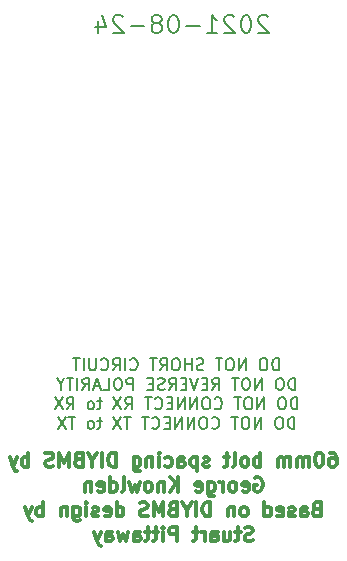
<source format=gbr>
G04 #@! TF.GenerationSoftware,KiCad,Pcbnew,5.1.10-88a1d61d58~88~ubuntu18.04.1*
G04 #@! TF.CreationDate,2021-11-17T21:44:28+08:00*
G04 #@! TF.ProjectId,ModuleV440,4d6f6475-6c65-4563-9434-302e6b696361,rev?*
G04 #@! TF.SameCoordinates,Original*
G04 #@! TF.FileFunction,Legend,Bot*
G04 #@! TF.FilePolarity,Positive*
%FSLAX46Y46*%
G04 Gerber Fmt 4.6, Leading zero omitted, Abs format (unit mm)*
G04 Created by KiCad (PCBNEW 5.1.10-88a1d61d58~88~ubuntu18.04.1) date 2021-11-17 21:44:28*
%MOMM*%
%LPD*%
G01*
G04 APERTURE LIST*
%ADD10C,0.300000*%
%ADD11C,0.150000*%
%ADD12C,0.200000*%
G04 APERTURE END LIST*
D10*
X130146171Y-89280457D02*
X130374742Y-89280457D01*
X130489028Y-89337600D01*
X130546171Y-89394742D01*
X130660457Y-89566171D01*
X130717600Y-89794742D01*
X130717600Y-90251885D01*
X130660457Y-90366171D01*
X130603314Y-90423314D01*
X130489028Y-90480457D01*
X130260457Y-90480457D01*
X130146171Y-90423314D01*
X130089028Y-90366171D01*
X130031885Y-90251885D01*
X130031885Y-89966171D01*
X130089028Y-89851885D01*
X130146171Y-89794742D01*
X130260457Y-89737600D01*
X130489028Y-89737600D01*
X130603314Y-89794742D01*
X130660457Y-89851885D01*
X130717600Y-89966171D01*
X129289028Y-89280457D02*
X129174742Y-89280457D01*
X129060457Y-89337600D01*
X129003314Y-89394742D01*
X128946171Y-89509028D01*
X128889028Y-89737600D01*
X128889028Y-90023314D01*
X128946171Y-90251885D01*
X129003314Y-90366171D01*
X129060457Y-90423314D01*
X129174742Y-90480457D01*
X129289028Y-90480457D01*
X129403314Y-90423314D01*
X129460457Y-90366171D01*
X129517600Y-90251885D01*
X129574742Y-90023314D01*
X129574742Y-89737600D01*
X129517600Y-89509028D01*
X129460457Y-89394742D01*
X129403314Y-89337600D01*
X129289028Y-89280457D01*
X128374742Y-90480457D02*
X128374742Y-89680457D01*
X128374742Y-89794742D02*
X128317600Y-89737600D01*
X128203314Y-89680457D01*
X128031885Y-89680457D01*
X127917600Y-89737600D01*
X127860457Y-89851885D01*
X127860457Y-90480457D01*
X127860457Y-89851885D02*
X127803314Y-89737600D01*
X127689028Y-89680457D01*
X127517600Y-89680457D01*
X127403314Y-89737600D01*
X127346171Y-89851885D01*
X127346171Y-90480457D01*
X126774742Y-90480457D02*
X126774742Y-89680457D01*
X126774742Y-89794742D02*
X126717600Y-89737600D01*
X126603314Y-89680457D01*
X126431885Y-89680457D01*
X126317600Y-89737600D01*
X126260457Y-89851885D01*
X126260457Y-90480457D01*
X126260457Y-89851885D02*
X126203314Y-89737600D01*
X126089028Y-89680457D01*
X125917600Y-89680457D01*
X125803314Y-89737600D01*
X125746171Y-89851885D01*
X125746171Y-90480457D01*
X124260457Y-90480457D02*
X124260457Y-89280457D01*
X124260457Y-89737600D02*
X124146171Y-89680457D01*
X123917600Y-89680457D01*
X123803314Y-89737600D01*
X123746171Y-89794742D01*
X123689028Y-89909028D01*
X123689028Y-90251885D01*
X123746171Y-90366171D01*
X123803314Y-90423314D01*
X123917600Y-90480457D01*
X124146171Y-90480457D01*
X124260457Y-90423314D01*
X123003314Y-90480457D02*
X123117600Y-90423314D01*
X123174742Y-90366171D01*
X123231885Y-90251885D01*
X123231885Y-89909028D01*
X123174742Y-89794742D01*
X123117600Y-89737600D01*
X123003314Y-89680457D01*
X122831885Y-89680457D01*
X122717600Y-89737600D01*
X122660457Y-89794742D01*
X122603314Y-89909028D01*
X122603314Y-90251885D01*
X122660457Y-90366171D01*
X122717600Y-90423314D01*
X122831885Y-90480457D01*
X123003314Y-90480457D01*
X121917600Y-90480457D02*
X122031885Y-90423314D01*
X122089028Y-90309028D01*
X122089028Y-89280457D01*
X121631885Y-89680457D02*
X121174742Y-89680457D01*
X121460457Y-89280457D02*
X121460457Y-90309028D01*
X121403314Y-90423314D01*
X121289028Y-90480457D01*
X121174742Y-90480457D01*
X119917600Y-90423314D02*
X119803314Y-90480457D01*
X119574742Y-90480457D01*
X119460457Y-90423314D01*
X119403314Y-90309028D01*
X119403314Y-90251885D01*
X119460457Y-90137600D01*
X119574742Y-90080457D01*
X119746171Y-90080457D01*
X119860457Y-90023314D01*
X119917600Y-89909028D01*
X119917600Y-89851885D01*
X119860457Y-89737600D01*
X119746171Y-89680457D01*
X119574742Y-89680457D01*
X119460457Y-89737600D01*
X118889028Y-89680457D02*
X118889028Y-90880457D01*
X118889028Y-89737600D02*
X118774742Y-89680457D01*
X118546171Y-89680457D01*
X118431885Y-89737600D01*
X118374742Y-89794742D01*
X118317600Y-89909028D01*
X118317600Y-90251885D01*
X118374742Y-90366171D01*
X118431885Y-90423314D01*
X118546171Y-90480457D01*
X118774742Y-90480457D01*
X118889028Y-90423314D01*
X117289028Y-90480457D02*
X117289028Y-89851885D01*
X117346171Y-89737600D01*
X117460457Y-89680457D01*
X117689028Y-89680457D01*
X117803314Y-89737600D01*
X117289028Y-90423314D02*
X117403314Y-90480457D01*
X117689028Y-90480457D01*
X117803314Y-90423314D01*
X117860457Y-90309028D01*
X117860457Y-90194742D01*
X117803314Y-90080457D01*
X117689028Y-90023314D01*
X117403314Y-90023314D01*
X117289028Y-89966171D01*
X116203314Y-90423314D02*
X116317600Y-90480457D01*
X116546171Y-90480457D01*
X116660457Y-90423314D01*
X116717600Y-90366171D01*
X116774742Y-90251885D01*
X116774742Y-89909028D01*
X116717600Y-89794742D01*
X116660457Y-89737600D01*
X116546171Y-89680457D01*
X116317600Y-89680457D01*
X116203314Y-89737600D01*
X115689028Y-90480457D02*
X115689028Y-89680457D01*
X115689028Y-89280457D02*
X115746171Y-89337600D01*
X115689028Y-89394742D01*
X115631885Y-89337600D01*
X115689028Y-89280457D01*
X115689028Y-89394742D01*
X115117600Y-89680457D02*
X115117600Y-90480457D01*
X115117600Y-89794742D02*
X115060457Y-89737600D01*
X114946171Y-89680457D01*
X114774742Y-89680457D01*
X114660457Y-89737600D01*
X114603314Y-89851885D01*
X114603314Y-90480457D01*
X113517600Y-89680457D02*
X113517600Y-90651885D01*
X113574742Y-90766171D01*
X113631885Y-90823314D01*
X113746171Y-90880457D01*
X113917600Y-90880457D01*
X114031885Y-90823314D01*
X113517600Y-90423314D02*
X113631885Y-90480457D01*
X113860457Y-90480457D01*
X113974742Y-90423314D01*
X114031885Y-90366171D01*
X114089028Y-90251885D01*
X114089028Y-89909028D01*
X114031885Y-89794742D01*
X113974742Y-89737600D01*
X113860457Y-89680457D01*
X113631885Y-89680457D01*
X113517600Y-89737600D01*
X112031885Y-90480457D02*
X112031885Y-89280457D01*
X111746171Y-89280457D01*
X111574742Y-89337600D01*
X111460457Y-89451885D01*
X111403314Y-89566171D01*
X111346171Y-89794742D01*
X111346171Y-89966171D01*
X111403314Y-90194742D01*
X111460457Y-90309028D01*
X111574742Y-90423314D01*
X111746171Y-90480457D01*
X112031885Y-90480457D01*
X110831885Y-90480457D02*
X110831885Y-89280457D01*
X110031885Y-89909028D02*
X110031885Y-90480457D01*
X110431885Y-89280457D02*
X110031885Y-89909028D01*
X109631885Y-89280457D01*
X108831885Y-89851885D02*
X108660457Y-89909028D01*
X108603314Y-89966171D01*
X108546171Y-90080457D01*
X108546171Y-90251885D01*
X108603314Y-90366171D01*
X108660457Y-90423314D01*
X108774742Y-90480457D01*
X109231885Y-90480457D01*
X109231885Y-89280457D01*
X108831885Y-89280457D01*
X108717600Y-89337600D01*
X108660457Y-89394742D01*
X108603314Y-89509028D01*
X108603314Y-89623314D01*
X108660457Y-89737600D01*
X108717600Y-89794742D01*
X108831885Y-89851885D01*
X109231885Y-89851885D01*
X108031885Y-90480457D02*
X108031885Y-89280457D01*
X107631885Y-90137600D01*
X107231885Y-89280457D01*
X107231885Y-90480457D01*
X106717600Y-90423314D02*
X106546171Y-90480457D01*
X106260457Y-90480457D01*
X106146171Y-90423314D01*
X106089028Y-90366171D01*
X106031885Y-90251885D01*
X106031885Y-90137600D01*
X106089028Y-90023314D01*
X106146171Y-89966171D01*
X106260457Y-89909028D01*
X106489028Y-89851885D01*
X106603314Y-89794742D01*
X106660457Y-89737600D01*
X106717600Y-89623314D01*
X106717600Y-89509028D01*
X106660457Y-89394742D01*
X106603314Y-89337600D01*
X106489028Y-89280457D01*
X106203314Y-89280457D01*
X106031885Y-89337600D01*
X104603314Y-90480457D02*
X104603314Y-89280457D01*
X104603314Y-89737600D02*
X104489028Y-89680457D01*
X104260457Y-89680457D01*
X104146171Y-89737600D01*
X104089028Y-89794742D01*
X104031885Y-89909028D01*
X104031885Y-90251885D01*
X104089028Y-90366171D01*
X104146171Y-90423314D01*
X104260457Y-90480457D01*
X104489028Y-90480457D01*
X104603314Y-90423314D01*
X103631885Y-89680457D02*
X103346171Y-90480457D01*
X103060457Y-89680457D02*
X103346171Y-90480457D01*
X103460457Y-90766171D01*
X103517600Y-90823314D01*
X103631885Y-90880457D01*
X123774742Y-91437600D02*
X123889028Y-91380457D01*
X124060457Y-91380457D01*
X124231885Y-91437600D01*
X124346171Y-91551885D01*
X124403314Y-91666171D01*
X124460457Y-91894742D01*
X124460457Y-92066171D01*
X124403314Y-92294742D01*
X124346171Y-92409028D01*
X124231885Y-92523314D01*
X124060457Y-92580457D01*
X123946171Y-92580457D01*
X123774742Y-92523314D01*
X123717600Y-92466171D01*
X123717600Y-92066171D01*
X123946171Y-92066171D01*
X122746171Y-92523314D02*
X122860457Y-92580457D01*
X123089028Y-92580457D01*
X123203314Y-92523314D01*
X123260457Y-92409028D01*
X123260457Y-91951885D01*
X123203314Y-91837600D01*
X123089028Y-91780457D01*
X122860457Y-91780457D01*
X122746171Y-91837600D01*
X122689028Y-91951885D01*
X122689028Y-92066171D01*
X123260457Y-92180457D01*
X122003314Y-92580457D02*
X122117600Y-92523314D01*
X122174742Y-92466171D01*
X122231885Y-92351885D01*
X122231885Y-92009028D01*
X122174742Y-91894742D01*
X122117600Y-91837600D01*
X122003314Y-91780457D01*
X121831885Y-91780457D01*
X121717600Y-91837600D01*
X121660457Y-91894742D01*
X121603314Y-92009028D01*
X121603314Y-92351885D01*
X121660457Y-92466171D01*
X121717600Y-92523314D01*
X121831885Y-92580457D01*
X122003314Y-92580457D01*
X121089028Y-92580457D02*
X121089028Y-91780457D01*
X121089028Y-92009028D02*
X121031885Y-91894742D01*
X120974742Y-91837600D01*
X120860457Y-91780457D01*
X120746171Y-91780457D01*
X119831885Y-91780457D02*
X119831885Y-92751885D01*
X119889028Y-92866171D01*
X119946171Y-92923314D01*
X120060457Y-92980457D01*
X120231885Y-92980457D01*
X120346171Y-92923314D01*
X119831885Y-92523314D02*
X119946171Y-92580457D01*
X120174742Y-92580457D01*
X120289028Y-92523314D01*
X120346171Y-92466171D01*
X120403314Y-92351885D01*
X120403314Y-92009028D01*
X120346171Y-91894742D01*
X120289028Y-91837600D01*
X120174742Y-91780457D01*
X119946171Y-91780457D01*
X119831885Y-91837600D01*
X118803314Y-92523314D02*
X118917600Y-92580457D01*
X119146171Y-92580457D01*
X119260457Y-92523314D01*
X119317600Y-92409028D01*
X119317600Y-91951885D01*
X119260457Y-91837600D01*
X119146171Y-91780457D01*
X118917600Y-91780457D01*
X118803314Y-91837600D01*
X118746171Y-91951885D01*
X118746171Y-92066171D01*
X119317600Y-92180457D01*
X117317600Y-92580457D02*
X117317600Y-91380457D01*
X116631885Y-92580457D02*
X117146171Y-91894742D01*
X116631885Y-91380457D02*
X117317600Y-92066171D01*
X116117600Y-91780457D02*
X116117600Y-92580457D01*
X116117600Y-91894742D02*
X116060457Y-91837600D01*
X115946171Y-91780457D01*
X115774742Y-91780457D01*
X115660457Y-91837600D01*
X115603314Y-91951885D01*
X115603314Y-92580457D01*
X114860457Y-92580457D02*
X114974742Y-92523314D01*
X115031885Y-92466171D01*
X115089028Y-92351885D01*
X115089028Y-92009028D01*
X115031885Y-91894742D01*
X114974742Y-91837600D01*
X114860457Y-91780457D01*
X114689028Y-91780457D01*
X114574742Y-91837600D01*
X114517600Y-91894742D01*
X114460457Y-92009028D01*
X114460457Y-92351885D01*
X114517600Y-92466171D01*
X114574742Y-92523314D01*
X114689028Y-92580457D01*
X114860457Y-92580457D01*
X114060457Y-91780457D02*
X113831885Y-92580457D01*
X113603314Y-92009028D01*
X113374742Y-92580457D01*
X113146171Y-91780457D01*
X112517600Y-92580457D02*
X112631885Y-92523314D01*
X112689028Y-92409028D01*
X112689028Y-91380457D01*
X111546171Y-92580457D02*
X111546171Y-91380457D01*
X111546171Y-92523314D02*
X111660457Y-92580457D01*
X111889028Y-92580457D01*
X112003314Y-92523314D01*
X112060457Y-92466171D01*
X112117600Y-92351885D01*
X112117600Y-92009028D01*
X112060457Y-91894742D01*
X112003314Y-91837600D01*
X111889028Y-91780457D01*
X111660457Y-91780457D01*
X111546171Y-91837600D01*
X110517600Y-92523314D02*
X110631885Y-92580457D01*
X110860457Y-92580457D01*
X110974742Y-92523314D01*
X111031885Y-92409028D01*
X111031885Y-91951885D01*
X110974742Y-91837600D01*
X110860457Y-91780457D01*
X110631885Y-91780457D01*
X110517600Y-91837600D01*
X110460457Y-91951885D01*
X110460457Y-92066171D01*
X111031885Y-92180457D01*
X109946171Y-91780457D02*
X109946171Y-92580457D01*
X109946171Y-91894742D02*
X109889028Y-91837600D01*
X109774742Y-91780457D01*
X109603314Y-91780457D01*
X109489028Y-91837600D01*
X109431885Y-91951885D01*
X109431885Y-92580457D01*
X129003314Y-94051885D02*
X128831885Y-94109028D01*
X128774742Y-94166171D01*
X128717600Y-94280457D01*
X128717600Y-94451885D01*
X128774742Y-94566171D01*
X128831885Y-94623314D01*
X128946171Y-94680457D01*
X129403314Y-94680457D01*
X129403314Y-93480457D01*
X129003314Y-93480457D01*
X128889028Y-93537600D01*
X128831885Y-93594742D01*
X128774742Y-93709028D01*
X128774742Y-93823314D01*
X128831885Y-93937600D01*
X128889028Y-93994742D01*
X129003314Y-94051885D01*
X129403314Y-94051885D01*
X127689028Y-94680457D02*
X127689028Y-94051885D01*
X127746171Y-93937600D01*
X127860457Y-93880457D01*
X128089028Y-93880457D01*
X128203314Y-93937600D01*
X127689028Y-94623314D02*
X127803314Y-94680457D01*
X128089028Y-94680457D01*
X128203314Y-94623314D01*
X128260457Y-94509028D01*
X128260457Y-94394742D01*
X128203314Y-94280457D01*
X128089028Y-94223314D01*
X127803314Y-94223314D01*
X127689028Y-94166171D01*
X127174742Y-94623314D02*
X127060457Y-94680457D01*
X126831885Y-94680457D01*
X126717600Y-94623314D01*
X126660457Y-94509028D01*
X126660457Y-94451885D01*
X126717600Y-94337600D01*
X126831885Y-94280457D01*
X127003314Y-94280457D01*
X127117600Y-94223314D01*
X127174742Y-94109028D01*
X127174742Y-94051885D01*
X127117600Y-93937600D01*
X127003314Y-93880457D01*
X126831885Y-93880457D01*
X126717600Y-93937600D01*
X125689028Y-94623314D02*
X125803314Y-94680457D01*
X126031885Y-94680457D01*
X126146171Y-94623314D01*
X126203314Y-94509028D01*
X126203314Y-94051885D01*
X126146171Y-93937600D01*
X126031885Y-93880457D01*
X125803314Y-93880457D01*
X125689028Y-93937600D01*
X125631885Y-94051885D01*
X125631885Y-94166171D01*
X126203314Y-94280457D01*
X124603314Y-94680457D02*
X124603314Y-93480457D01*
X124603314Y-94623314D02*
X124717600Y-94680457D01*
X124946171Y-94680457D01*
X125060457Y-94623314D01*
X125117600Y-94566171D01*
X125174742Y-94451885D01*
X125174742Y-94109028D01*
X125117600Y-93994742D01*
X125060457Y-93937600D01*
X124946171Y-93880457D01*
X124717600Y-93880457D01*
X124603314Y-93937600D01*
X122946171Y-94680457D02*
X123060457Y-94623314D01*
X123117600Y-94566171D01*
X123174742Y-94451885D01*
X123174742Y-94109028D01*
X123117600Y-93994742D01*
X123060457Y-93937600D01*
X122946171Y-93880457D01*
X122774742Y-93880457D01*
X122660457Y-93937600D01*
X122603314Y-93994742D01*
X122546171Y-94109028D01*
X122546171Y-94451885D01*
X122603314Y-94566171D01*
X122660457Y-94623314D01*
X122774742Y-94680457D01*
X122946171Y-94680457D01*
X122031885Y-93880457D02*
X122031885Y-94680457D01*
X122031885Y-93994742D02*
X121974742Y-93937600D01*
X121860457Y-93880457D01*
X121689028Y-93880457D01*
X121574742Y-93937600D01*
X121517600Y-94051885D01*
X121517600Y-94680457D01*
X120031885Y-94680457D02*
X120031885Y-93480457D01*
X119746171Y-93480457D01*
X119574742Y-93537600D01*
X119460457Y-93651885D01*
X119403314Y-93766171D01*
X119346171Y-93994742D01*
X119346171Y-94166171D01*
X119403314Y-94394742D01*
X119460457Y-94509028D01*
X119574742Y-94623314D01*
X119746171Y-94680457D01*
X120031885Y-94680457D01*
X118831885Y-94680457D02*
X118831885Y-93480457D01*
X118031885Y-94109028D02*
X118031885Y-94680457D01*
X118431885Y-93480457D02*
X118031885Y-94109028D01*
X117631885Y-93480457D01*
X116831885Y-94051885D02*
X116660457Y-94109028D01*
X116603314Y-94166171D01*
X116546171Y-94280457D01*
X116546171Y-94451885D01*
X116603314Y-94566171D01*
X116660457Y-94623314D01*
X116774742Y-94680457D01*
X117231885Y-94680457D01*
X117231885Y-93480457D01*
X116831885Y-93480457D01*
X116717600Y-93537600D01*
X116660457Y-93594742D01*
X116603314Y-93709028D01*
X116603314Y-93823314D01*
X116660457Y-93937600D01*
X116717600Y-93994742D01*
X116831885Y-94051885D01*
X117231885Y-94051885D01*
X116031885Y-94680457D02*
X116031885Y-93480457D01*
X115631885Y-94337600D01*
X115231885Y-93480457D01*
X115231885Y-94680457D01*
X114717600Y-94623314D02*
X114546171Y-94680457D01*
X114260457Y-94680457D01*
X114146171Y-94623314D01*
X114089028Y-94566171D01*
X114031885Y-94451885D01*
X114031885Y-94337600D01*
X114089028Y-94223314D01*
X114146171Y-94166171D01*
X114260457Y-94109028D01*
X114489028Y-94051885D01*
X114603314Y-93994742D01*
X114660457Y-93937600D01*
X114717600Y-93823314D01*
X114717600Y-93709028D01*
X114660457Y-93594742D01*
X114603314Y-93537600D01*
X114489028Y-93480457D01*
X114203314Y-93480457D01*
X114031885Y-93537600D01*
X112089028Y-94680457D02*
X112089028Y-93480457D01*
X112089028Y-94623314D02*
X112203314Y-94680457D01*
X112431885Y-94680457D01*
X112546171Y-94623314D01*
X112603314Y-94566171D01*
X112660457Y-94451885D01*
X112660457Y-94109028D01*
X112603314Y-93994742D01*
X112546171Y-93937600D01*
X112431885Y-93880457D01*
X112203314Y-93880457D01*
X112089028Y-93937600D01*
X111060457Y-94623314D02*
X111174742Y-94680457D01*
X111403314Y-94680457D01*
X111517600Y-94623314D01*
X111574742Y-94509028D01*
X111574742Y-94051885D01*
X111517600Y-93937600D01*
X111403314Y-93880457D01*
X111174742Y-93880457D01*
X111060457Y-93937600D01*
X111003314Y-94051885D01*
X111003314Y-94166171D01*
X111574742Y-94280457D01*
X110546171Y-94623314D02*
X110431885Y-94680457D01*
X110203314Y-94680457D01*
X110089028Y-94623314D01*
X110031885Y-94509028D01*
X110031885Y-94451885D01*
X110089028Y-94337600D01*
X110203314Y-94280457D01*
X110374742Y-94280457D01*
X110489028Y-94223314D01*
X110546171Y-94109028D01*
X110546171Y-94051885D01*
X110489028Y-93937600D01*
X110374742Y-93880457D01*
X110203314Y-93880457D01*
X110089028Y-93937600D01*
X109517600Y-94680457D02*
X109517600Y-93880457D01*
X109517600Y-93480457D02*
X109574742Y-93537600D01*
X109517600Y-93594742D01*
X109460457Y-93537600D01*
X109517600Y-93480457D01*
X109517600Y-93594742D01*
X108431885Y-93880457D02*
X108431885Y-94851885D01*
X108489028Y-94966171D01*
X108546171Y-95023314D01*
X108660457Y-95080457D01*
X108831885Y-95080457D01*
X108946171Y-95023314D01*
X108431885Y-94623314D02*
X108546171Y-94680457D01*
X108774742Y-94680457D01*
X108889028Y-94623314D01*
X108946171Y-94566171D01*
X109003314Y-94451885D01*
X109003314Y-94109028D01*
X108946171Y-93994742D01*
X108889028Y-93937600D01*
X108774742Y-93880457D01*
X108546171Y-93880457D01*
X108431885Y-93937600D01*
X107860457Y-93880457D02*
X107860457Y-94680457D01*
X107860457Y-93994742D02*
X107803314Y-93937600D01*
X107689028Y-93880457D01*
X107517600Y-93880457D01*
X107403314Y-93937600D01*
X107346171Y-94051885D01*
X107346171Y-94680457D01*
X105860457Y-94680457D02*
X105860457Y-93480457D01*
X105860457Y-93937600D02*
X105746171Y-93880457D01*
X105517600Y-93880457D01*
X105403314Y-93937600D01*
X105346171Y-93994742D01*
X105289028Y-94109028D01*
X105289028Y-94451885D01*
X105346171Y-94566171D01*
X105403314Y-94623314D01*
X105517600Y-94680457D01*
X105746171Y-94680457D01*
X105860457Y-94623314D01*
X104889028Y-93880457D02*
X104603314Y-94680457D01*
X104317600Y-93880457D02*
X104603314Y-94680457D01*
X104717600Y-94966171D01*
X104774742Y-95023314D01*
X104889028Y-95080457D01*
X123603314Y-96723314D02*
X123431885Y-96780457D01*
X123146171Y-96780457D01*
X123031885Y-96723314D01*
X122974742Y-96666171D01*
X122917600Y-96551885D01*
X122917600Y-96437600D01*
X122974742Y-96323314D01*
X123031885Y-96266171D01*
X123146171Y-96209028D01*
X123374742Y-96151885D01*
X123489028Y-96094742D01*
X123546171Y-96037600D01*
X123603314Y-95923314D01*
X123603314Y-95809028D01*
X123546171Y-95694742D01*
X123489028Y-95637600D01*
X123374742Y-95580457D01*
X123089028Y-95580457D01*
X122917600Y-95637600D01*
X122574742Y-95980457D02*
X122117600Y-95980457D01*
X122403314Y-95580457D02*
X122403314Y-96609028D01*
X122346171Y-96723314D01*
X122231885Y-96780457D01*
X122117600Y-96780457D01*
X121203314Y-95980457D02*
X121203314Y-96780457D01*
X121717600Y-95980457D02*
X121717600Y-96609028D01*
X121660457Y-96723314D01*
X121546171Y-96780457D01*
X121374742Y-96780457D01*
X121260457Y-96723314D01*
X121203314Y-96666171D01*
X120117600Y-96780457D02*
X120117600Y-96151885D01*
X120174742Y-96037600D01*
X120289028Y-95980457D01*
X120517600Y-95980457D01*
X120631885Y-96037600D01*
X120117600Y-96723314D02*
X120231885Y-96780457D01*
X120517600Y-96780457D01*
X120631885Y-96723314D01*
X120689028Y-96609028D01*
X120689028Y-96494742D01*
X120631885Y-96380457D01*
X120517600Y-96323314D01*
X120231885Y-96323314D01*
X120117600Y-96266171D01*
X119546171Y-96780457D02*
X119546171Y-95980457D01*
X119546171Y-96209028D02*
X119489028Y-96094742D01*
X119431885Y-96037600D01*
X119317600Y-95980457D01*
X119203314Y-95980457D01*
X118974742Y-95980457D02*
X118517600Y-95980457D01*
X118803314Y-95580457D02*
X118803314Y-96609028D01*
X118746171Y-96723314D01*
X118631885Y-96780457D01*
X118517600Y-96780457D01*
X117203314Y-96780457D02*
X117203314Y-95580457D01*
X116746171Y-95580457D01*
X116631885Y-95637600D01*
X116574742Y-95694742D01*
X116517600Y-95809028D01*
X116517600Y-95980457D01*
X116574742Y-96094742D01*
X116631885Y-96151885D01*
X116746171Y-96209028D01*
X117203314Y-96209028D01*
X116003314Y-96780457D02*
X116003314Y-95980457D01*
X116003314Y-95580457D02*
X116060457Y-95637600D01*
X116003314Y-95694742D01*
X115946171Y-95637600D01*
X116003314Y-95580457D01*
X116003314Y-95694742D01*
X115603314Y-95980457D02*
X115146171Y-95980457D01*
X115431885Y-95580457D02*
X115431885Y-96609028D01*
X115374742Y-96723314D01*
X115260457Y-96780457D01*
X115146171Y-96780457D01*
X114917600Y-95980457D02*
X114460457Y-95980457D01*
X114746171Y-95580457D02*
X114746171Y-96609028D01*
X114689028Y-96723314D01*
X114574742Y-96780457D01*
X114460457Y-96780457D01*
X113546171Y-96780457D02*
X113546171Y-96151885D01*
X113603314Y-96037600D01*
X113717600Y-95980457D01*
X113946171Y-95980457D01*
X114060457Y-96037600D01*
X113546171Y-96723314D02*
X113660457Y-96780457D01*
X113946171Y-96780457D01*
X114060457Y-96723314D01*
X114117600Y-96609028D01*
X114117600Y-96494742D01*
X114060457Y-96380457D01*
X113946171Y-96323314D01*
X113660457Y-96323314D01*
X113546171Y-96266171D01*
X113089028Y-95980457D02*
X112860457Y-96780457D01*
X112631885Y-96209028D01*
X112403314Y-96780457D01*
X112174742Y-95980457D01*
X111203314Y-96780457D02*
X111203314Y-96151885D01*
X111260457Y-96037600D01*
X111374742Y-95980457D01*
X111603314Y-95980457D01*
X111717600Y-96037600D01*
X111203314Y-96723314D02*
X111317600Y-96780457D01*
X111603314Y-96780457D01*
X111717600Y-96723314D01*
X111774742Y-96609028D01*
X111774742Y-96494742D01*
X111717600Y-96380457D01*
X111603314Y-96323314D01*
X111317600Y-96323314D01*
X111203314Y-96266171D01*
X110746171Y-95980457D02*
X110460457Y-96780457D01*
X110174742Y-95980457D02*
X110460457Y-96780457D01*
X110574742Y-97066171D01*
X110631885Y-97123314D01*
X110746171Y-97180457D01*
D11*
X125810457Y-82314980D02*
X125810457Y-81314980D01*
X125572361Y-81314980D01*
X125429504Y-81362600D01*
X125334266Y-81457838D01*
X125286647Y-81553076D01*
X125239028Y-81743552D01*
X125239028Y-81886409D01*
X125286647Y-82076885D01*
X125334266Y-82172123D01*
X125429504Y-82267361D01*
X125572361Y-82314980D01*
X125810457Y-82314980D01*
X124619980Y-81314980D02*
X124429504Y-81314980D01*
X124334266Y-81362600D01*
X124239028Y-81457838D01*
X124191409Y-81648314D01*
X124191409Y-81981647D01*
X124239028Y-82172123D01*
X124334266Y-82267361D01*
X124429504Y-82314980D01*
X124619980Y-82314980D01*
X124715219Y-82267361D01*
X124810457Y-82172123D01*
X124858076Y-81981647D01*
X124858076Y-81648314D01*
X124810457Y-81457838D01*
X124715219Y-81362600D01*
X124619980Y-81314980D01*
X123000933Y-82314980D02*
X123000933Y-81314980D01*
X122429504Y-82314980D01*
X122429504Y-81314980D01*
X121762838Y-81314980D02*
X121572361Y-81314980D01*
X121477123Y-81362600D01*
X121381885Y-81457838D01*
X121334266Y-81648314D01*
X121334266Y-81981647D01*
X121381885Y-82172123D01*
X121477123Y-82267361D01*
X121572361Y-82314980D01*
X121762838Y-82314980D01*
X121858076Y-82267361D01*
X121953314Y-82172123D01*
X122000933Y-81981647D01*
X122000933Y-81648314D01*
X121953314Y-81457838D01*
X121858076Y-81362600D01*
X121762838Y-81314980D01*
X121048552Y-81314980D02*
X120477123Y-81314980D01*
X120762838Y-82314980D02*
X120762838Y-81314980D01*
X119429504Y-82267361D02*
X119286647Y-82314980D01*
X119048552Y-82314980D01*
X118953314Y-82267361D01*
X118905695Y-82219742D01*
X118858076Y-82124504D01*
X118858076Y-82029266D01*
X118905695Y-81934028D01*
X118953314Y-81886409D01*
X119048552Y-81838790D01*
X119239028Y-81791171D01*
X119334266Y-81743552D01*
X119381885Y-81695933D01*
X119429504Y-81600695D01*
X119429504Y-81505457D01*
X119381885Y-81410219D01*
X119334266Y-81362600D01*
X119239028Y-81314980D01*
X119000933Y-81314980D01*
X118858076Y-81362600D01*
X118429504Y-82314980D02*
X118429504Y-81314980D01*
X118429504Y-81791171D02*
X117858076Y-81791171D01*
X117858076Y-82314980D02*
X117858076Y-81314980D01*
X117191409Y-81314980D02*
X117000933Y-81314980D01*
X116905695Y-81362600D01*
X116810457Y-81457838D01*
X116762838Y-81648314D01*
X116762838Y-81981647D01*
X116810457Y-82172123D01*
X116905695Y-82267361D01*
X117000933Y-82314980D01*
X117191409Y-82314980D01*
X117286647Y-82267361D01*
X117381885Y-82172123D01*
X117429504Y-81981647D01*
X117429504Y-81648314D01*
X117381885Y-81457838D01*
X117286647Y-81362600D01*
X117191409Y-81314980D01*
X115762838Y-82314980D02*
X116096171Y-81838790D01*
X116334266Y-82314980D02*
X116334266Y-81314980D01*
X115953314Y-81314980D01*
X115858076Y-81362600D01*
X115810457Y-81410219D01*
X115762838Y-81505457D01*
X115762838Y-81648314D01*
X115810457Y-81743552D01*
X115858076Y-81791171D01*
X115953314Y-81838790D01*
X116334266Y-81838790D01*
X115477123Y-81314980D02*
X114905695Y-81314980D01*
X115191409Y-82314980D02*
X115191409Y-81314980D01*
X113239028Y-82219742D02*
X113286647Y-82267361D01*
X113429504Y-82314980D01*
X113524742Y-82314980D01*
X113667600Y-82267361D01*
X113762838Y-82172123D01*
X113810457Y-82076885D01*
X113858076Y-81886409D01*
X113858076Y-81743552D01*
X113810457Y-81553076D01*
X113762838Y-81457838D01*
X113667600Y-81362600D01*
X113524742Y-81314980D01*
X113429504Y-81314980D01*
X113286647Y-81362600D01*
X113239028Y-81410219D01*
X112810457Y-82314980D02*
X112810457Y-81314980D01*
X111762838Y-82314980D02*
X112096171Y-81838790D01*
X112334266Y-82314980D02*
X112334266Y-81314980D01*
X111953314Y-81314980D01*
X111858076Y-81362600D01*
X111810457Y-81410219D01*
X111762838Y-81505457D01*
X111762838Y-81648314D01*
X111810457Y-81743552D01*
X111858076Y-81791171D01*
X111953314Y-81838790D01*
X112334266Y-81838790D01*
X110762838Y-82219742D02*
X110810457Y-82267361D01*
X110953314Y-82314980D01*
X111048552Y-82314980D01*
X111191409Y-82267361D01*
X111286647Y-82172123D01*
X111334266Y-82076885D01*
X111381885Y-81886409D01*
X111381885Y-81743552D01*
X111334266Y-81553076D01*
X111286647Y-81457838D01*
X111191409Y-81362600D01*
X111048552Y-81314980D01*
X110953314Y-81314980D01*
X110810457Y-81362600D01*
X110762838Y-81410219D01*
X110334266Y-81314980D02*
X110334266Y-82124504D01*
X110286647Y-82219742D01*
X110239028Y-82267361D01*
X110143790Y-82314980D01*
X109953314Y-82314980D01*
X109858076Y-82267361D01*
X109810457Y-82219742D01*
X109762838Y-82124504D01*
X109762838Y-81314980D01*
X109286647Y-82314980D02*
X109286647Y-81314980D01*
X108953314Y-81314980D02*
X108381885Y-81314980D01*
X108667600Y-82314980D02*
X108667600Y-81314980D01*
X127191409Y-83964980D02*
X127191409Y-82964980D01*
X126953314Y-82964980D01*
X126810457Y-83012600D01*
X126715219Y-83107838D01*
X126667600Y-83203076D01*
X126619980Y-83393552D01*
X126619980Y-83536409D01*
X126667600Y-83726885D01*
X126715219Y-83822123D01*
X126810457Y-83917361D01*
X126953314Y-83964980D01*
X127191409Y-83964980D01*
X126000933Y-82964980D02*
X125810457Y-82964980D01*
X125715219Y-83012600D01*
X125619980Y-83107838D01*
X125572361Y-83298314D01*
X125572361Y-83631647D01*
X125619980Y-83822123D01*
X125715219Y-83917361D01*
X125810457Y-83964980D01*
X126000933Y-83964980D01*
X126096171Y-83917361D01*
X126191409Y-83822123D01*
X126239028Y-83631647D01*
X126239028Y-83298314D01*
X126191409Y-83107838D01*
X126096171Y-83012600D01*
X126000933Y-82964980D01*
X124381885Y-83964980D02*
X124381885Y-82964980D01*
X123810457Y-83964980D01*
X123810457Y-82964980D01*
X123143790Y-82964980D02*
X122953314Y-82964980D01*
X122858076Y-83012600D01*
X122762838Y-83107838D01*
X122715219Y-83298314D01*
X122715219Y-83631647D01*
X122762838Y-83822123D01*
X122858076Y-83917361D01*
X122953314Y-83964980D01*
X123143790Y-83964980D01*
X123239028Y-83917361D01*
X123334266Y-83822123D01*
X123381885Y-83631647D01*
X123381885Y-83298314D01*
X123334266Y-83107838D01*
X123239028Y-83012600D01*
X123143790Y-82964980D01*
X122429504Y-82964980D02*
X121858076Y-82964980D01*
X122143790Y-83964980D02*
X122143790Y-82964980D01*
X120191409Y-83964980D02*
X120524742Y-83488790D01*
X120762838Y-83964980D02*
X120762838Y-82964980D01*
X120381885Y-82964980D01*
X120286647Y-83012600D01*
X120239028Y-83060219D01*
X120191409Y-83155457D01*
X120191409Y-83298314D01*
X120239028Y-83393552D01*
X120286647Y-83441171D01*
X120381885Y-83488790D01*
X120762838Y-83488790D01*
X119762838Y-83441171D02*
X119429504Y-83441171D01*
X119286647Y-83964980D02*
X119762838Y-83964980D01*
X119762838Y-82964980D01*
X119286647Y-82964980D01*
X119000933Y-82964980D02*
X118667600Y-83964980D01*
X118334266Y-82964980D01*
X118000933Y-83441171D02*
X117667600Y-83441171D01*
X117524742Y-83964980D02*
X118000933Y-83964980D01*
X118000933Y-82964980D01*
X117524742Y-82964980D01*
X116524742Y-83964980D02*
X116858076Y-83488790D01*
X117096171Y-83964980D02*
X117096171Y-82964980D01*
X116715219Y-82964980D01*
X116619980Y-83012600D01*
X116572361Y-83060219D01*
X116524742Y-83155457D01*
X116524742Y-83298314D01*
X116572361Y-83393552D01*
X116619980Y-83441171D01*
X116715219Y-83488790D01*
X117096171Y-83488790D01*
X116143790Y-83917361D02*
X116000933Y-83964980D01*
X115762838Y-83964980D01*
X115667600Y-83917361D01*
X115619980Y-83869742D01*
X115572361Y-83774504D01*
X115572361Y-83679266D01*
X115619980Y-83584028D01*
X115667600Y-83536409D01*
X115762838Y-83488790D01*
X115953314Y-83441171D01*
X116048552Y-83393552D01*
X116096171Y-83345933D01*
X116143790Y-83250695D01*
X116143790Y-83155457D01*
X116096171Y-83060219D01*
X116048552Y-83012600D01*
X115953314Y-82964980D01*
X115715219Y-82964980D01*
X115572361Y-83012600D01*
X115143790Y-83441171D02*
X114810457Y-83441171D01*
X114667600Y-83964980D02*
X115143790Y-83964980D01*
X115143790Y-82964980D01*
X114667600Y-82964980D01*
X113477123Y-83964980D02*
X113477123Y-82964980D01*
X113096171Y-82964980D01*
X113000933Y-83012600D01*
X112953314Y-83060219D01*
X112905695Y-83155457D01*
X112905695Y-83298314D01*
X112953314Y-83393552D01*
X113000933Y-83441171D01*
X113096171Y-83488790D01*
X113477123Y-83488790D01*
X112286647Y-82964980D02*
X112096171Y-82964980D01*
X112000933Y-83012600D01*
X111905695Y-83107838D01*
X111858076Y-83298314D01*
X111858076Y-83631647D01*
X111905695Y-83822123D01*
X112000933Y-83917361D01*
X112096171Y-83964980D01*
X112286647Y-83964980D01*
X112381885Y-83917361D01*
X112477123Y-83822123D01*
X112524742Y-83631647D01*
X112524742Y-83298314D01*
X112477123Y-83107838D01*
X112381885Y-83012600D01*
X112286647Y-82964980D01*
X110953314Y-83964980D02*
X111429504Y-83964980D01*
X111429504Y-82964980D01*
X110667600Y-83679266D02*
X110191409Y-83679266D01*
X110762838Y-83964980D02*
X110429504Y-82964980D01*
X110096171Y-83964980D01*
X109191409Y-83964980D02*
X109524742Y-83488790D01*
X109762838Y-83964980D02*
X109762838Y-82964980D01*
X109381885Y-82964980D01*
X109286647Y-83012600D01*
X109239028Y-83060219D01*
X109191409Y-83155457D01*
X109191409Y-83298314D01*
X109239028Y-83393552D01*
X109286647Y-83441171D01*
X109381885Y-83488790D01*
X109762838Y-83488790D01*
X108762838Y-83964980D02*
X108762838Y-82964980D01*
X108429504Y-82964980D02*
X107858076Y-82964980D01*
X108143790Y-83964980D02*
X108143790Y-82964980D01*
X107334266Y-83488790D02*
X107334266Y-83964980D01*
X107667600Y-82964980D02*
X107334266Y-83488790D01*
X107000933Y-82964980D01*
X127381885Y-85614980D02*
X127381885Y-84614980D01*
X127143790Y-84614980D01*
X127000933Y-84662600D01*
X126905695Y-84757838D01*
X126858076Y-84853076D01*
X126810457Y-85043552D01*
X126810457Y-85186409D01*
X126858076Y-85376885D01*
X126905695Y-85472123D01*
X127000933Y-85567361D01*
X127143790Y-85614980D01*
X127381885Y-85614980D01*
X126191409Y-84614980D02*
X126000933Y-84614980D01*
X125905695Y-84662600D01*
X125810457Y-84757838D01*
X125762838Y-84948314D01*
X125762838Y-85281647D01*
X125810457Y-85472123D01*
X125905695Y-85567361D01*
X126000933Y-85614980D01*
X126191409Y-85614980D01*
X126286647Y-85567361D01*
X126381885Y-85472123D01*
X126429504Y-85281647D01*
X126429504Y-84948314D01*
X126381885Y-84757838D01*
X126286647Y-84662600D01*
X126191409Y-84614980D01*
X124572361Y-85614980D02*
X124572361Y-84614980D01*
X124000933Y-85614980D01*
X124000933Y-84614980D01*
X123334266Y-84614980D02*
X123143790Y-84614980D01*
X123048552Y-84662600D01*
X122953314Y-84757838D01*
X122905695Y-84948314D01*
X122905695Y-85281647D01*
X122953314Y-85472123D01*
X123048552Y-85567361D01*
X123143790Y-85614980D01*
X123334266Y-85614980D01*
X123429504Y-85567361D01*
X123524742Y-85472123D01*
X123572361Y-85281647D01*
X123572361Y-84948314D01*
X123524742Y-84757838D01*
X123429504Y-84662600D01*
X123334266Y-84614980D01*
X122619980Y-84614980D02*
X122048552Y-84614980D01*
X122334266Y-85614980D02*
X122334266Y-84614980D01*
X120381885Y-85519742D02*
X120429504Y-85567361D01*
X120572361Y-85614980D01*
X120667600Y-85614980D01*
X120810457Y-85567361D01*
X120905695Y-85472123D01*
X120953314Y-85376885D01*
X121000933Y-85186409D01*
X121000933Y-85043552D01*
X120953314Y-84853076D01*
X120905695Y-84757838D01*
X120810457Y-84662600D01*
X120667600Y-84614980D01*
X120572361Y-84614980D01*
X120429504Y-84662600D01*
X120381885Y-84710219D01*
X119762838Y-84614980D02*
X119572361Y-84614980D01*
X119477123Y-84662600D01*
X119381885Y-84757838D01*
X119334266Y-84948314D01*
X119334266Y-85281647D01*
X119381885Y-85472123D01*
X119477123Y-85567361D01*
X119572361Y-85614980D01*
X119762838Y-85614980D01*
X119858076Y-85567361D01*
X119953314Y-85472123D01*
X120000933Y-85281647D01*
X120000933Y-84948314D01*
X119953314Y-84757838D01*
X119858076Y-84662600D01*
X119762838Y-84614980D01*
X118905695Y-85614980D02*
X118905695Y-84614980D01*
X118334266Y-85614980D01*
X118334266Y-84614980D01*
X117858076Y-85614980D02*
X117858076Y-84614980D01*
X117286647Y-85614980D01*
X117286647Y-84614980D01*
X116810457Y-85091171D02*
X116477123Y-85091171D01*
X116334266Y-85614980D02*
X116810457Y-85614980D01*
X116810457Y-84614980D01*
X116334266Y-84614980D01*
X115334266Y-85519742D02*
X115381885Y-85567361D01*
X115524742Y-85614980D01*
X115619980Y-85614980D01*
X115762838Y-85567361D01*
X115858076Y-85472123D01*
X115905695Y-85376885D01*
X115953314Y-85186409D01*
X115953314Y-85043552D01*
X115905695Y-84853076D01*
X115858076Y-84757838D01*
X115762838Y-84662600D01*
X115619980Y-84614980D01*
X115524742Y-84614980D01*
X115381885Y-84662600D01*
X115334266Y-84710219D01*
X115048552Y-84614980D02*
X114477123Y-84614980D01*
X114762838Y-85614980D02*
X114762838Y-84614980D01*
X112810457Y-85614980D02*
X113143790Y-85138790D01*
X113381885Y-85614980D02*
X113381885Y-84614980D01*
X113000933Y-84614980D01*
X112905695Y-84662600D01*
X112858076Y-84710219D01*
X112810457Y-84805457D01*
X112810457Y-84948314D01*
X112858076Y-85043552D01*
X112905695Y-85091171D01*
X113000933Y-85138790D01*
X113381885Y-85138790D01*
X112477123Y-84614980D02*
X111810457Y-85614980D01*
X111810457Y-84614980D02*
X112477123Y-85614980D01*
X110810457Y-84948314D02*
X110429504Y-84948314D01*
X110667600Y-84614980D02*
X110667600Y-85472123D01*
X110619980Y-85567361D01*
X110524742Y-85614980D01*
X110429504Y-85614980D01*
X109953314Y-85614980D02*
X110048552Y-85567361D01*
X110096171Y-85519742D01*
X110143790Y-85424504D01*
X110143790Y-85138790D01*
X110096171Y-85043552D01*
X110048552Y-84995933D01*
X109953314Y-84948314D01*
X109810457Y-84948314D01*
X109715219Y-84995933D01*
X109667600Y-85043552D01*
X109619980Y-85138790D01*
X109619980Y-85424504D01*
X109667600Y-85519742D01*
X109715219Y-85567361D01*
X109810457Y-85614980D01*
X109953314Y-85614980D01*
X107858076Y-85614980D02*
X108191409Y-85138790D01*
X108429504Y-85614980D02*
X108429504Y-84614980D01*
X108048552Y-84614980D01*
X107953314Y-84662600D01*
X107905695Y-84710219D01*
X107858076Y-84805457D01*
X107858076Y-84948314D01*
X107905695Y-85043552D01*
X107953314Y-85091171D01*
X108048552Y-85138790D01*
X108429504Y-85138790D01*
X107524742Y-84614980D02*
X106858076Y-85614980D01*
X106858076Y-84614980D02*
X107524742Y-85614980D01*
X127143790Y-87264980D02*
X127143790Y-86264980D01*
X126905695Y-86264980D01*
X126762838Y-86312600D01*
X126667600Y-86407838D01*
X126619980Y-86503076D01*
X126572361Y-86693552D01*
X126572361Y-86836409D01*
X126619980Y-87026885D01*
X126667600Y-87122123D01*
X126762838Y-87217361D01*
X126905695Y-87264980D01*
X127143790Y-87264980D01*
X125953314Y-86264980D02*
X125762838Y-86264980D01*
X125667600Y-86312600D01*
X125572361Y-86407838D01*
X125524742Y-86598314D01*
X125524742Y-86931647D01*
X125572361Y-87122123D01*
X125667600Y-87217361D01*
X125762838Y-87264980D01*
X125953314Y-87264980D01*
X126048552Y-87217361D01*
X126143790Y-87122123D01*
X126191409Y-86931647D01*
X126191409Y-86598314D01*
X126143790Y-86407838D01*
X126048552Y-86312600D01*
X125953314Y-86264980D01*
X124334266Y-87264980D02*
X124334266Y-86264980D01*
X123762838Y-87264980D01*
X123762838Y-86264980D01*
X123096171Y-86264980D02*
X122905695Y-86264980D01*
X122810457Y-86312600D01*
X122715219Y-86407838D01*
X122667600Y-86598314D01*
X122667600Y-86931647D01*
X122715219Y-87122123D01*
X122810457Y-87217361D01*
X122905695Y-87264980D01*
X123096171Y-87264980D01*
X123191409Y-87217361D01*
X123286647Y-87122123D01*
X123334266Y-86931647D01*
X123334266Y-86598314D01*
X123286647Y-86407838D01*
X123191409Y-86312600D01*
X123096171Y-86264980D01*
X122381885Y-86264980D02*
X121810457Y-86264980D01*
X122096171Y-87264980D02*
X122096171Y-86264980D01*
X120143790Y-87169742D02*
X120191409Y-87217361D01*
X120334266Y-87264980D01*
X120429504Y-87264980D01*
X120572361Y-87217361D01*
X120667600Y-87122123D01*
X120715219Y-87026885D01*
X120762838Y-86836409D01*
X120762838Y-86693552D01*
X120715219Y-86503076D01*
X120667600Y-86407838D01*
X120572361Y-86312600D01*
X120429504Y-86264980D01*
X120334266Y-86264980D01*
X120191409Y-86312600D01*
X120143790Y-86360219D01*
X119524742Y-86264980D02*
X119334266Y-86264980D01*
X119239028Y-86312600D01*
X119143790Y-86407838D01*
X119096171Y-86598314D01*
X119096171Y-86931647D01*
X119143790Y-87122123D01*
X119239028Y-87217361D01*
X119334266Y-87264980D01*
X119524742Y-87264980D01*
X119619980Y-87217361D01*
X119715219Y-87122123D01*
X119762838Y-86931647D01*
X119762838Y-86598314D01*
X119715219Y-86407838D01*
X119619980Y-86312600D01*
X119524742Y-86264980D01*
X118667600Y-87264980D02*
X118667600Y-86264980D01*
X118096171Y-87264980D01*
X118096171Y-86264980D01*
X117619980Y-87264980D02*
X117619980Y-86264980D01*
X117048552Y-87264980D01*
X117048552Y-86264980D01*
X116572361Y-86741171D02*
X116239028Y-86741171D01*
X116096171Y-87264980D02*
X116572361Y-87264980D01*
X116572361Y-86264980D01*
X116096171Y-86264980D01*
X115096171Y-87169742D02*
X115143790Y-87217361D01*
X115286647Y-87264980D01*
X115381885Y-87264980D01*
X115524742Y-87217361D01*
X115619980Y-87122123D01*
X115667600Y-87026885D01*
X115715219Y-86836409D01*
X115715219Y-86693552D01*
X115667600Y-86503076D01*
X115619980Y-86407838D01*
X115524742Y-86312600D01*
X115381885Y-86264980D01*
X115286647Y-86264980D01*
X115143790Y-86312600D01*
X115096171Y-86360219D01*
X114810457Y-86264980D02*
X114239028Y-86264980D01*
X114524742Y-87264980D02*
X114524742Y-86264980D01*
X113286647Y-86264980D02*
X112715219Y-86264980D01*
X113000933Y-87264980D02*
X113000933Y-86264980D01*
X112477123Y-86264980D02*
X111810457Y-87264980D01*
X111810457Y-86264980D02*
X112477123Y-87264980D01*
X110810457Y-86598314D02*
X110429504Y-86598314D01*
X110667600Y-86264980D02*
X110667600Y-87122123D01*
X110619980Y-87217361D01*
X110524742Y-87264980D01*
X110429504Y-87264980D01*
X109953314Y-87264980D02*
X110048552Y-87217361D01*
X110096171Y-87169742D01*
X110143790Y-87074504D01*
X110143790Y-86788790D01*
X110096171Y-86693552D01*
X110048552Y-86645933D01*
X109953314Y-86598314D01*
X109810457Y-86598314D01*
X109715219Y-86645933D01*
X109667600Y-86693552D01*
X109619980Y-86788790D01*
X109619980Y-87074504D01*
X109667600Y-87169742D01*
X109715219Y-87217361D01*
X109810457Y-87264980D01*
X109953314Y-87264980D01*
X108572361Y-86264980D02*
X108000933Y-86264980D01*
X108286647Y-87264980D02*
X108286647Y-86264980D01*
X107762838Y-86264980D02*
X107096171Y-87264980D01*
X107096171Y-86264980D02*
X107762838Y-87264980D01*
D12*
X124904742Y-52409028D02*
X124833314Y-52337600D01*
X124690457Y-52266171D01*
X124333314Y-52266171D01*
X124190457Y-52337600D01*
X124119028Y-52409028D01*
X124047600Y-52551885D01*
X124047600Y-52694742D01*
X124119028Y-52909028D01*
X124976171Y-53766171D01*
X124047600Y-53766171D01*
X123119028Y-52266171D02*
X122976171Y-52266171D01*
X122833314Y-52337600D01*
X122761885Y-52409028D01*
X122690457Y-52551885D01*
X122619028Y-52837600D01*
X122619028Y-53194742D01*
X122690457Y-53480457D01*
X122761885Y-53623314D01*
X122833314Y-53694742D01*
X122976171Y-53766171D01*
X123119028Y-53766171D01*
X123261885Y-53694742D01*
X123333314Y-53623314D01*
X123404742Y-53480457D01*
X123476171Y-53194742D01*
X123476171Y-52837600D01*
X123404742Y-52551885D01*
X123333314Y-52409028D01*
X123261885Y-52337600D01*
X123119028Y-52266171D01*
X122047600Y-52409028D02*
X121976171Y-52337600D01*
X121833314Y-52266171D01*
X121476171Y-52266171D01*
X121333314Y-52337600D01*
X121261885Y-52409028D01*
X121190457Y-52551885D01*
X121190457Y-52694742D01*
X121261885Y-52909028D01*
X122119028Y-53766171D01*
X121190457Y-53766171D01*
X119761885Y-53766171D02*
X120619028Y-53766171D01*
X120190457Y-53766171D02*
X120190457Y-52266171D01*
X120333314Y-52480457D01*
X120476171Y-52623314D01*
X120619028Y-52694742D01*
X119119028Y-53194742D02*
X117976171Y-53194742D01*
X116976171Y-52266171D02*
X116833314Y-52266171D01*
X116690457Y-52337600D01*
X116619028Y-52409028D01*
X116547600Y-52551885D01*
X116476171Y-52837600D01*
X116476171Y-53194742D01*
X116547600Y-53480457D01*
X116619028Y-53623314D01*
X116690457Y-53694742D01*
X116833314Y-53766171D01*
X116976171Y-53766171D01*
X117119028Y-53694742D01*
X117190457Y-53623314D01*
X117261885Y-53480457D01*
X117333314Y-53194742D01*
X117333314Y-52837600D01*
X117261885Y-52551885D01*
X117190457Y-52409028D01*
X117119028Y-52337600D01*
X116976171Y-52266171D01*
X115619028Y-52909028D02*
X115761885Y-52837600D01*
X115833314Y-52766171D01*
X115904742Y-52623314D01*
X115904742Y-52551885D01*
X115833314Y-52409028D01*
X115761885Y-52337600D01*
X115619028Y-52266171D01*
X115333314Y-52266171D01*
X115190457Y-52337600D01*
X115119028Y-52409028D01*
X115047600Y-52551885D01*
X115047600Y-52623314D01*
X115119028Y-52766171D01*
X115190457Y-52837600D01*
X115333314Y-52909028D01*
X115619028Y-52909028D01*
X115761885Y-52980457D01*
X115833314Y-53051885D01*
X115904742Y-53194742D01*
X115904742Y-53480457D01*
X115833314Y-53623314D01*
X115761885Y-53694742D01*
X115619028Y-53766171D01*
X115333314Y-53766171D01*
X115190457Y-53694742D01*
X115119028Y-53623314D01*
X115047600Y-53480457D01*
X115047600Y-53194742D01*
X115119028Y-53051885D01*
X115190457Y-52980457D01*
X115333314Y-52909028D01*
X114404742Y-53194742D02*
X113261885Y-53194742D01*
X112619028Y-52409028D02*
X112547600Y-52337600D01*
X112404742Y-52266171D01*
X112047600Y-52266171D01*
X111904742Y-52337600D01*
X111833314Y-52409028D01*
X111761885Y-52551885D01*
X111761885Y-52694742D01*
X111833314Y-52909028D01*
X112690457Y-53766171D01*
X111761885Y-53766171D01*
X110476171Y-52766171D02*
X110476171Y-53766171D01*
X110833314Y-52194742D02*
X111190457Y-53266171D01*
X110261885Y-53266171D01*
M02*

</source>
